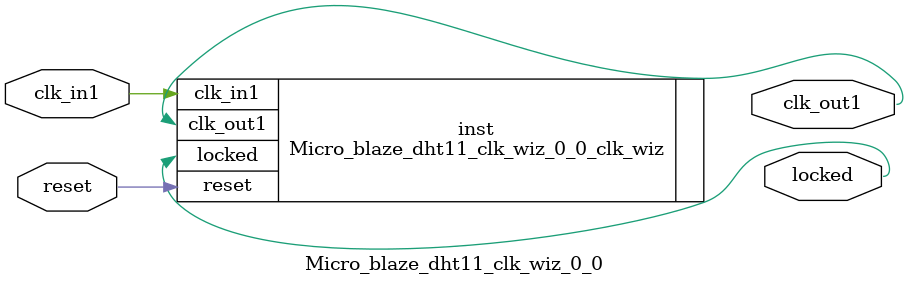
<source format=v>


`timescale 1ps/1ps

(* CORE_GENERATION_INFO = "Micro_blaze_dht11_clk_wiz_0_0,clk_wiz_v6_0_4_0_0,{component_name=Micro_blaze_dht11_clk_wiz_0_0,use_phase_alignment=true,use_min_o_jitter=false,use_max_i_jitter=false,use_dyn_phase_shift=false,use_inclk_switchover=false,use_dyn_reconfig=false,enable_axi=0,feedback_source=FDBK_AUTO,PRIMITIVE=MMCM,num_out_clk=1,clkin1_period=10.000,clkin2_period=10.000,use_power_down=false,use_reset=true,use_locked=true,use_inclk_stopped=false,feedback_type=SINGLE,CLOCK_MGR_TYPE=NA,manual_override=false}" *)

module Micro_blaze_dht11_clk_wiz_0_0 
 (
  // Clock out ports
  output        clk_out1,
  // Status and control signals
  input         reset,
  output        locked,
 // Clock in ports
  input         clk_in1
 );

  Micro_blaze_dht11_clk_wiz_0_0_clk_wiz inst
  (
  // Clock out ports  
  .clk_out1(clk_out1),
  // Status and control signals               
  .reset(reset), 
  .locked(locked),
 // Clock in ports
  .clk_in1(clk_in1)
  );

endmodule

</source>
